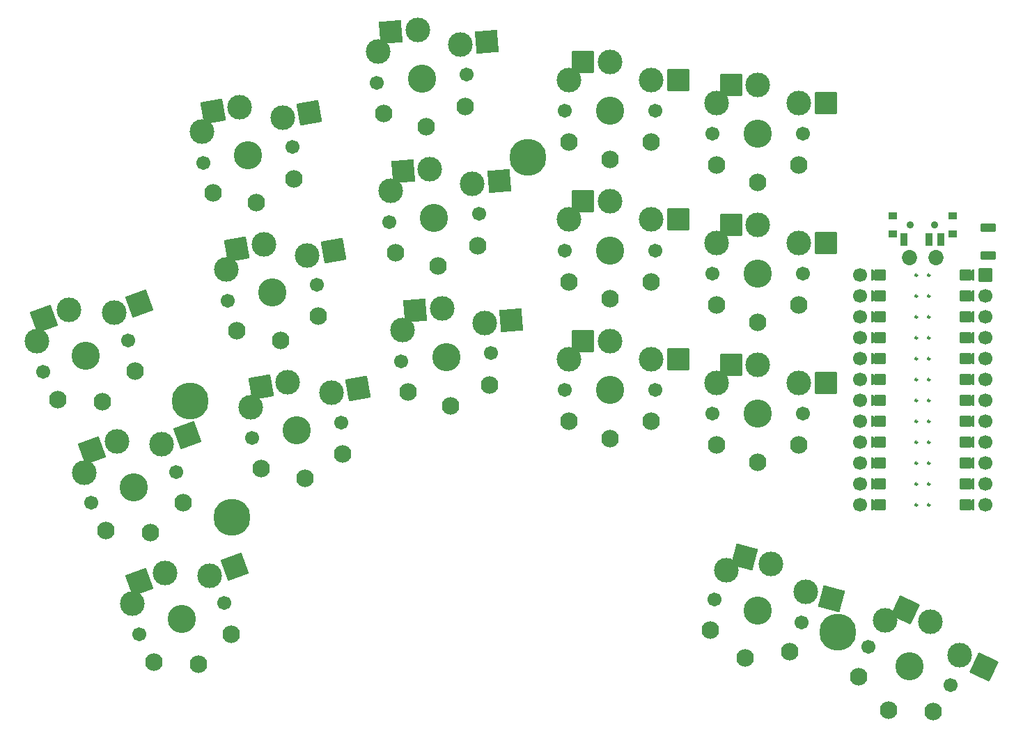
<source format=gbr>
%TF.GenerationSoftware,KiCad,Pcbnew,7.0.2-0*%
%TF.CreationDate,2023-07-16T18:15:17+02:00*%
%TF.ProjectId,lambbt_finished,6c616d62-6274-45f6-9669-6e6973686564,v1.0.0*%
%TF.SameCoordinates,Original*%
%TF.FileFunction,Soldermask,Bot*%
%TF.FilePolarity,Negative*%
%FSLAX46Y46*%
G04 Gerber Fmt 4.6, Leading zero omitted, Abs format (unit mm)*
G04 Created by KiCad (PCBNEW 7.0.2-0) date 2023-07-16 18:15:17*
%MOMM*%
%LPD*%
G01*
G04 APERTURE LIST*
G04 Aperture macros list*
%AMRoundRect*
0 Rectangle with rounded corners*
0 $1 Rounding radius*
0 $2 $3 $4 $5 $6 $7 $8 $9 X,Y pos of 4 corners*
0 Add a 4 corners polygon primitive as box body*
4,1,4,$2,$3,$4,$5,$6,$7,$8,$9,$2,$3,0*
0 Add four circle primitives for the rounded corners*
1,1,$1+$1,$2,$3*
1,1,$1+$1,$4,$5*
1,1,$1+$1,$6,$7*
1,1,$1+$1,$8,$9*
0 Add four rect primitives between the rounded corners*
20,1,$1+$1,$2,$3,$4,$5,0*
20,1,$1+$1,$4,$5,$6,$7,0*
20,1,$1+$1,$6,$7,$8,$9,0*
20,1,$1+$1,$8,$9,$2,$3,0*%
%AMFreePoly0*
4,1,14,0.635355,0.435355,0.650000,0.400000,0.650000,0.200000,0.635355,0.164645,0.035355,-0.435355,0.000000,-0.450000,-0.035355,-0.435355,-0.635355,0.164645,-0.650000,0.200000,-0.650000,0.400000,-0.635355,0.435355,-0.600000,0.450000,0.600000,0.450000,0.635355,0.435355,0.635355,0.435355,$1*%
%AMFreePoly1*
4,1,16,0.635355,1.035355,0.650000,1.000000,0.650000,-0.250000,0.635355,-0.285355,0.600000,-0.300000,-0.600000,-0.300000,-0.635355,-0.285355,-0.650000,-0.250000,-0.650000,1.000000,-0.635355,1.035355,-0.600000,1.050000,-0.564645,1.035355,0.000000,0.470710,0.564645,1.035355,0.600000,1.050000,0.635355,1.035355,0.635355,1.035355,$1*%
G04 Aperture macros list end*
%ADD10C,0.250000*%
%ADD11C,0.100000*%
%ADD12C,1.852600*%
%ADD13C,1.701800*%
%ADD14C,3.000000*%
%ADD15C,3.429000*%
%ADD16RoundRect,0.050000X-1.054507X-1.505993X1.505993X-1.054507X1.054507X1.505993X-1.505993X1.054507X0*%
%ADD17C,2.132000*%
%ADD18RoundRect,0.050000X-1.181751X-1.408356X1.408356X-1.181751X1.181751X1.408356X-1.408356X1.181751X0*%
%ADD19RoundRect,0.050000X-1.300000X-1.300000X1.300000X-1.300000X1.300000X1.300000X-1.300000X1.300000X0*%
%ADD20C,0.800000*%
%ADD21C,4.500000*%
%ADD22RoundRect,0.050000X-0.776974X-1.666227X1.666227X-0.776974X0.776974X1.666227X-1.666227X0.776974X0*%
%ADD23C,1.700000*%
%ADD24RoundRect,0.050000X-0.800000X0.800000X-0.800000X-0.800000X0.800000X-0.800000X0.800000X0.800000X0*%
%ADD25FreePoly0,270.000000*%
%ADD26FreePoly0,90.000000*%
%ADD27FreePoly1,90.000000*%
%ADD28FreePoly1,270.000000*%
%ADD29RoundRect,0.050000X-1.727604X-0.628796X0.628796X-1.727604X1.727604X0.628796X-0.628796X1.727604X0*%
%ADD30RoundRect,0.050000X-1.592168X-0.919239X0.919239X-1.592168X1.592168X0.919239X-0.919239X1.592168X0*%
%ADD31RoundRect,0.050000X0.850000X-0.450000X0.850000X0.450000X-0.850000X0.450000X-0.850000X-0.450000X0*%
%ADD32RoundRect,0.050000X0.500000X0.400000X-0.500000X0.400000X-0.500000X-0.400000X0.500000X-0.400000X0*%
%ADD33C,0.900000*%
%ADD34RoundRect,0.050000X0.350000X0.750000X-0.350000X0.750000X-0.350000X-0.750000X0.350000X-0.750000X0*%
G04 APERTURE END LIST*
D10*
%TO.C,MCU1*%
X243168329Y-111393816D02*
G75*
G03*
X243168329Y-111393816I-125000J0D01*
G01*
X241644329Y-111393816D02*
G75*
G03*
X241644329Y-111393816I-125000J0D01*
G01*
X243168329Y-113933816D02*
G75*
G03*
X243168329Y-113933816I-125000J0D01*
G01*
X241644329Y-113933816D02*
G75*
G03*
X241644329Y-113933816I-125000J0D01*
G01*
X243168329Y-116473816D02*
G75*
G03*
X243168329Y-116473816I-125000J0D01*
G01*
X241644329Y-116473816D02*
G75*
G03*
X241644329Y-116473816I-125000J0D01*
G01*
X243168329Y-119013816D02*
G75*
G03*
X243168329Y-119013816I-125000J0D01*
G01*
X241644329Y-119013816D02*
G75*
G03*
X241644329Y-119013816I-125000J0D01*
G01*
X243168329Y-121553816D02*
G75*
G03*
X243168329Y-121553816I-125000J0D01*
G01*
X241644329Y-121553816D02*
G75*
G03*
X241644329Y-121553816I-125000J0D01*
G01*
X243168329Y-124093816D02*
G75*
G03*
X243168329Y-124093816I-125000J0D01*
G01*
X241644329Y-124093816D02*
G75*
G03*
X241644329Y-124093816I-125000J0D01*
G01*
X243168329Y-126633816D02*
G75*
G03*
X243168329Y-126633816I-125000J0D01*
G01*
X241644329Y-126633816D02*
G75*
G03*
X241644329Y-126633816I-125000J0D01*
G01*
X243168329Y-129173816D02*
G75*
G03*
X243168329Y-129173816I-125000J0D01*
G01*
X241644329Y-129173816D02*
G75*
G03*
X241644329Y-129173816I-125000J0D01*
G01*
X243168329Y-131713816D02*
G75*
G03*
X243168329Y-131713816I-125000J0D01*
G01*
X241644329Y-131713816D02*
G75*
G03*
X241644329Y-131713816I-125000J0D01*
G01*
X243168329Y-134253816D02*
G75*
G03*
X243168329Y-134253816I-125000J0D01*
G01*
X241644329Y-134253816D02*
G75*
G03*
X241644329Y-134253816I-125000J0D01*
G01*
X243168329Y-136793816D02*
G75*
G03*
X243168329Y-136793816I-125000J0D01*
G01*
X241644329Y-136793816D02*
G75*
G03*
X241644329Y-136793816I-125000J0D01*
G01*
X243168329Y-139333816D02*
G75*
G03*
X243168329Y-139333816I-125000J0D01*
G01*
X241644329Y-139333816D02*
G75*
G03*
X241644329Y-139333816I-125000J0D01*
G01*
D11*
X237201329Y-111901816D02*
X236185329Y-111901816D01*
X236185329Y-110885816D01*
X237201329Y-110885816D01*
X237201329Y-111901816D01*
G36*
X237201329Y-111901816D02*
G01*
X236185329Y-111901816D01*
X236185329Y-110885816D01*
X237201329Y-110885816D01*
X237201329Y-111901816D01*
G37*
X248377329Y-111901816D02*
X247361329Y-111901816D01*
X247361329Y-110885816D01*
X248377329Y-110885816D01*
X248377329Y-111901816D01*
G36*
X248377329Y-111901816D02*
G01*
X247361329Y-111901816D01*
X247361329Y-110885816D01*
X248377329Y-110885816D01*
X248377329Y-111901816D01*
G37*
X237201329Y-114441816D02*
X236185329Y-114441816D01*
X236185329Y-113425816D01*
X237201329Y-113425816D01*
X237201329Y-114441816D01*
G36*
X237201329Y-114441816D02*
G01*
X236185329Y-114441816D01*
X236185329Y-113425816D01*
X237201329Y-113425816D01*
X237201329Y-114441816D01*
G37*
X248377329Y-114441816D02*
X247361329Y-114441816D01*
X247361329Y-113425816D01*
X248377329Y-113425816D01*
X248377329Y-114441816D01*
G36*
X248377329Y-114441816D02*
G01*
X247361329Y-114441816D01*
X247361329Y-113425816D01*
X248377329Y-113425816D01*
X248377329Y-114441816D01*
G37*
X237201329Y-116981816D02*
X236185329Y-116981816D01*
X236185329Y-115965816D01*
X237201329Y-115965816D01*
X237201329Y-116981816D01*
G36*
X237201329Y-116981816D02*
G01*
X236185329Y-116981816D01*
X236185329Y-115965816D01*
X237201329Y-115965816D01*
X237201329Y-116981816D01*
G37*
X248377329Y-116981816D02*
X247361329Y-116981816D01*
X247361329Y-115965816D01*
X248377329Y-115965816D01*
X248377329Y-116981816D01*
G36*
X248377329Y-116981816D02*
G01*
X247361329Y-116981816D01*
X247361329Y-115965816D01*
X248377329Y-115965816D01*
X248377329Y-116981816D01*
G37*
X237201329Y-119521816D02*
X236185329Y-119521816D01*
X236185329Y-118505816D01*
X237201329Y-118505816D01*
X237201329Y-119521816D01*
G36*
X237201329Y-119521816D02*
G01*
X236185329Y-119521816D01*
X236185329Y-118505816D01*
X237201329Y-118505816D01*
X237201329Y-119521816D01*
G37*
X248377329Y-119521816D02*
X247361329Y-119521816D01*
X247361329Y-118505816D01*
X248377329Y-118505816D01*
X248377329Y-119521816D01*
G36*
X248377329Y-119521816D02*
G01*
X247361329Y-119521816D01*
X247361329Y-118505816D01*
X248377329Y-118505816D01*
X248377329Y-119521816D01*
G37*
X237201329Y-122061816D02*
X236185329Y-122061816D01*
X236185329Y-121045816D01*
X237201329Y-121045816D01*
X237201329Y-122061816D01*
G36*
X237201329Y-122061816D02*
G01*
X236185329Y-122061816D01*
X236185329Y-121045816D01*
X237201329Y-121045816D01*
X237201329Y-122061816D01*
G37*
X248377329Y-122061816D02*
X247361329Y-122061816D01*
X247361329Y-121045816D01*
X248377329Y-121045816D01*
X248377329Y-122061816D01*
G36*
X248377329Y-122061816D02*
G01*
X247361329Y-122061816D01*
X247361329Y-121045816D01*
X248377329Y-121045816D01*
X248377329Y-122061816D01*
G37*
X237201329Y-124601816D02*
X236185329Y-124601816D01*
X236185329Y-123585816D01*
X237201329Y-123585816D01*
X237201329Y-124601816D01*
G36*
X237201329Y-124601816D02*
G01*
X236185329Y-124601816D01*
X236185329Y-123585816D01*
X237201329Y-123585816D01*
X237201329Y-124601816D01*
G37*
X248377329Y-124601816D02*
X247361329Y-124601816D01*
X247361329Y-123585816D01*
X248377329Y-123585816D01*
X248377329Y-124601816D01*
G36*
X248377329Y-124601816D02*
G01*
X247361329Y-124601816D01*
X247361329Y-123585816D01*
X248377329Y-123585816D01*
X248377329Y-124601816D01*
G37*
X237201329Y-127141816D02*
X236185329Y-127141816D01*
X236185329Y-126125816D01*
X237201329Y-126125816D01*
X237201329Y-127141816D01*
G36*
X237201329Y-127141816D02*
G01*
X236185329Y-127141816D01*
X236185329Y-126125816D01*
X237201329Y-126125816D01*
X237201329Y-127141816D01*
G37*
X248377329Y-127141816D02*
X247361329Y-127141816D01*
X247361329Y-126125816D01*
X248377329Y-126125816D01*
X248377329Y-127141816D01*
G36*
X248377329Y-127141816D02*
G01*
X247361329Y-127141816D01*
X247361329Y-126125816D01*
X248377329Y-126125816D01*
X248377329Y-127141816D01*
G37*
X237201329Y-129681816D02*
X236185329Y-129681816D01*
X236185329Y-128665816D01*
X237201329Y-128665816D01*
X237201329Y-129681816D01*
G36*
X237201329Y-129681816D02*
G01*
X236185329Y-129681816D01*
X236185329Y-128665816D01*
X237201329Y-128665816D01*
X237201329Y-129681816D01*
G37*
X248377329Y-129681816D02*
X247361329Y-129681816D01*
X247361329Y-128665816D01*
X248377329Y-128665816D01*
X248377329Y-129681816D01*
G36*
X248377329Y-129681816D02*
G01*
X247361329Y-129681816D01*
X247361329Y-128665816D01*
X248377329Y-128665816D01*
X248377329Y-129681816D01*
G37*
X237201329Y-132221816D02*
X236185329Y-132221816D01*
X236185329Y-131205816D01*
X237201329Y-131205816D01*
X237201329Y-132221816D01*
G36*
X237201329Y-132221816D02*
G01*
X236185329Y-132221816D01*
X236185329Y-131205816D01*
X237201329Y-131205816D01*
X237201329Y-132221816D01*
G37*
X248377329Y-132221816D02*
X247361329Y-132221816D01*
X247361329Y-131205816D01*
X248377329Y-131205816D01*
X248377329Y-132221816D01*
G36*
X248377329Y-132221816D02*
G01*
X247361329Y-132221816D01*
X247361329Y-131205816D01*
X248377329Y-131205816D01*
X248377329Y-132221816D01*
G37*
X237201329Y-134761816D02*
X236185329Y-134761816D01*
X236185329Y-133745816D01*
X237201329Y-133745816D01*
X237201329Y-134761816D01*
G36*
X237201329Y-134761816D02*
G01*
X236185329Y-134761816D01*
X236185329Y-133745816D01*
X237201329Y-133745816D01*
X237201329Y-134761816D01*
G37*
X248377329Y-134761816D02*
X247361329Y-134761816D01*
X247361329Y-133745816D01*
X248377329Y-133745816D01*
X248377329Y-134761816D01*
G36*
X248377329Y-134761816D02*
G01*
X247361329Y-134761816D01*
X247361329Y-133745816D01*
X248377329Y-133745816D01*
X248377329Y-134761816D01*
G37*
X237201329Y-137301816D02*
X236185329Y-137301816D01*
X236185329Y-136285816D01*
X237201329Y-136285816D01*
X237201329Y-137301816D01*
G36*
X237201329Y-137301816D02*
G01*
X236185329Y-137301816D01*
X236185329Y-136285816D01*
X237201329Y-136285816D01*
X237201329Y-137301816D01*
G37*
X248377329Y-137301816D02*
X247361329Y-137301816D01*
X247361329Y-136285816D01*
X248377329Y-136285816D01*
X248377329Y-137301816D01*
G36*
X248377329Y-137301816D02*
G01*
X247361329Y-137301816D01*
X247361329Y-136285816D01*
X248377329Y-136285816D01*
X248377329Y-137301816D01*
G37*
X237201329Y-139841816D02*
X236185329Y-139841816D01*
X236185329Y-138825816D01*
X237201329Y-138825816D01*
X237201329Y-139841816D01*
G36*
X237201329Y-139841816D02*
G01*
X236185329Y-139841816D01*
X236185329Y-138825816D01*
X237201329Y-138825816D01*
X237201329Y-139841816D01*
G37*
X248377329Y-139841816D02*
X247361329Y-139841816D01*
X247361329Y-138825816D01*
X248377329Y-138825816D01*
X248377329Y-139841816D01*
G36*
X248377329Y-139841816D02*
G01*
X247361329Y-139841816D01*
X247361329Y-138825816D01*
X248377329Y-138825816D01*
X248377329Y-139841816D01*
G37*
%TD*%
D12*
%TO.C,*%
X240661329Y-109213818D03*
X243901329Y-109213818D03*
%TD*%
D13*
%TO.C,S6*%
X154840907Y-97740295D03*
D14*
X154682131Y-93960442D03*
X159224143Y-90925624D03*
X159224143Y-90925624D03*
D15*
X160257350Y-96785230D03*
D14*
X164530208Y-92223960D03*
D13*
X165673793Y-95830165D03*
D16*
X155998898Y-91494322D03*
X167755453Y-91655262D03*
%TD*%
D13*
%TO.C,S30*%
X227781329Y-128213815D03*
D15*
X222281329Y-128213815D03*
D13*
X216781329Y-128213815D03*
D17*
X227281329Y-132013815D03*
X217281329Y-132013815D03*
X222281329Y-134113815D03*
X222281329Y-134113815D03*
%TD*%
D13*
%TO.C,S20*%
X145738566Y-119336127D03*
D15*
X140570257Y-121217238D03*
D13*
X135401948Y-123098349D03*
D17*
X146568397Y-123077969D03*
X137171470Y-126498171D03*
X142588176Y-126761424D03*
X142588176Y-126761424D03*
%TD*%
D13*
%TO.C,S9*%
X175931930Y-87977608D03*
D14*
X176103193Y-84198300D03*
X180892424Y-81570893D03*
X180892424Y-81570893D03*
D15*
X181411001Y-87498251D03*
D14*
X186065140Y-83326742D03*
D13*
X186890072Y-87018894D03*
D18*
X177629887Y-81856328D03*
X189327678Y-83041307D03*
%TD*%
D13*
%TO.C,S7*%
X178895223Y-121848231D03*
D14*
X179066486Y-118068923D03*
X183855717Y-115441516D03*
X183855717Y-115441516D03*
D15*
X184374294Y-121368874D03*
D14*
X189028433Y-117197365D03*
D13*
X189853365Y-120889517D03*
D18*
X180593180Y-115726951D03*
X192290971Y-116911930D03*
%TD*%
D13*
%TO.C,S10*%
X198781329Y-125380484D03*
D14*
X199281329Y-121630484D03*
X204281329Y-119430484D03*
X204281329Y-119430484D03*
D15*
X204281329Y-125380484D03*
D14*
X209281329Y-121630484D03*
D13*
X209781329Y-125380484D03*
D19*
X201006329Y-119430484D03*
X212556329Y-121630484D03*
%TD*%
D13*
%TO.C,S29*%
X209781331Y-91380481D03*
D15*
X204281331Y-91380481D03*
D13*
X198781331Y-91380481D03*
D17*
X209281331Y-95180481D03*
X199281331Y-95180481D03*
X204281331Y-97280481D03*
X204281331Y-97280481D03*
%TD*%
D20*
%TO.C,_5*%
X156796183Y-141383842D03*
X156851268Y-140122189D03*
X157649356Y-142314917D03*
X157782343Y-139269016D03*
D21*
X158346676Y-140819509D03*
D20*
X158911009Y-142370002D03*
X159043996Y-139324101D03*
X159842084Y-141516829D03*
X159897169Y-140255176D03*
%TD*%
D13*
%TO.C,S15*%
X216781330Y-94213820D03*
D14*
X217281330Y-90463820D03*
X222281330Y-88263820D03*
X222281330Y-88263820D03*
D15*
X222281330Y-94213820D03*
D14*
X227281330Y-90463820D03*
D13*
X227781330Y-94213820D03*
D19*
X219006330Y-88263820D03*
X230556330Y-90463820D03*
%TD*%
D13*
%TO.C,S1*%
X147030634Y-155047900D03*
D14*
X146217904Y-151353042D03*
X150163923Y-147575618D03*
X150163923Y-147575618D03*
D15*
X152198943Y-153166789D03*
D14*
X155614831Y-147932841D03*
D13*
X157367252Y-151285678D03*
D22*
X147086430Y-148695734D03*
X158692324Y-146812725D03*
%TD*%
D23*
%TO.C,MCU1*%
X249901329Y-111393816D03*
D24*
X249901329Y-111393816D03*
D25*
X248123329Y-111393816D03*
D26*
X236439329Y-111393816D03*
D23*
X234661329Y-111393816D03*
X249901329Y-113933816D03*
D25*
X248123329Y-113933816D03*
D26*
X236439329Y-113933816D03*
D23*
X234661329Y-113933816D03*
X249901329Y-116473816D03*
D25*
X248123329Y-116473816D03*
D26*
X236439329Y-116473816D03*
D23*
X234661329Y-116473816D03*
X249901329Y-119013816D03*
D25*
X248123329Y-119013816D03*
D26*
X236439329Y-119013816D03*
D23*
X234661329Y-119013816D03*
X249901329Y-121553816D03*
D25*
X248123329Y-121553816D03*
D26*
X236439329Y-121553816D03*
D23*
X234661329Y-121553816D03*
X249901329Y-124093816D03*
D25*
X248123329Y-124093816D03*
D26*
X236439329Y-124093816D03*
D23*
X234661329Y-124093816D03*
X249901329Y-126633816D03*
D25*
X248123329Y-126633816D03*
D26*
X236439329Y-126633816D03*
D23*
X234661329Y-126633816D03*
X249901329Y-129173816D03*
D25*
X248123329Y-129173816D03*
D26*
X236439329Y-129173816D03*
D23*
X234661329Y-129173816D03*
X249901329Y-131713816D03*
D25*
X248123329Y-131713816D03*
D26*
X236439329Y-131713816D03*
D23*
X234661329Y-131713816D03*
X249901329Y-134253816D03*
D25*
X248123329Y-134253816D03*
D26*
X236439329Y-134253816D03*
D23*
X234661329Y-134253816D03*
X249901329Y-136793816D03*
D25*
X248123329Y-136793816D03*
D26*
X236439329Y-136793816D03*
D23*
X234661329Y-136793816D03*
X249901329Y-139333816D03*
D25*
X248123329Y-139333816D03*
D26*
X236439329Y-139333816D03*
D23*
X234661329Y-139333816D03*
D27*
X237455329Y-111393816D03*
X237455329Y-113933816D03*
X237455329Y-116473816D03*
X237455329Y-119013816D03*
X237455329Y-121553816D03*
X237455329Y-124093816D03*
X237455329Y-126633816D03*
X237455329Y-129173816D03*
X237455329Y-131713816D03*
X237455329Y-134253816D03*
X237455329Y-136793816D03*
X237455329Y-139333816D03*
D28*
X247107329Y-139333816D03*
X247107329Y-136793816D03*
X247107329Y-134253816D03*
X247107329Y-131713816D03*
X247107329Y-129173816D03*
X247107329Y-126633816D03*
X247107329Y-124093816D03*
X247107329Y-121553816D03*
X247107329Y-119013816D03*
X247107329Y-116473816D03*
X247107329Y-113933816D03*
X247107329Y-111393816D03*
%TD*%
D13*
%TO.C,S14*%
X216781329Y-111213815D03*
D14*
X217281329Y-107463815D03*
X222281329Y-105263815D03*
X222281329Y-105263815D03*
D15*
X222281329Y-111213815D03*
D14*
X227281329Y-107463815D03*
D13*
X227781329Y-111213815D03*
D19*
X219006329Y-105263815D03*
X230556329Y-107463815D03*
%TD*%
D20*
%TO.C,_7*%
X230346806Y-154374956D03*
X231115584Y-153373065D03*
X230511642Y-155627007D03*
X232367635Y-153208229D03*
D21*
X231940584Y-154802007D03*
D20*
X231513533Y-156395785D03*
X233369526Y-153977007D03*
X232765584Y-156230949D03*
X233534362Y-155229058D03*
%TD*%
D13*
%TO.C,S18*%
X157367252Y-151285678D03*
D15*
X152198943Y-153166789D03*
D13*
X147030634Y-155047900D03*
D17*
X158197083Y-155027520D03*
X148800156Y-158447722D03*
X154216862Y-158710975D03*
X154216862Y-158710975D03*
%TD*%
D20*
%TO.C,_6*%
X192631331Y-97080482D03*
X193114605Y-95913756D03*
X193114605Y-98247208D03*
X194281331Y-95430482D03*
D21*
X194281331Y-97080482D03*
D20*
X194281331Y-98730482D03*
X195448057Y-95913756D03*
X195448057Y-98247208D03*
X195931331Y-97080482D03*
%TD*%
D13*
%TO.C,S17*%
X235702831Y-156588721D03*
D14*
X237740804Y-153401375D03*
X243202103Y-153520590D03*
X243202103Y-153520590D03*
D15*
X240687524Y-158913121D03*
D14*
X246803881Y-157627558D03*
D13*
X245672217Y-161237521D03*
D29*
X240233945Y-152136515D03*
X249772039Y-159011633D03*
%TD*%
D13*
%TO.C,S33*%
X227593923Y-153637319D03*
D15*
X222281331Y-152213814D03*
D13*
X216968739Y-150790309D03*
D17*
X226127448Y-157178427D03*
X216468189Y-154590237D03*
X220754299Y-157912776D03*
X220754299Y-157912776D03*
%TD*%
D13*
%TO.C,S16*%
X216968739Y-150790309D03*
D14*
X218422273Y-147297497D03*
X223821304Y-146466555D03*
X223821304Y-146466555D03*
D15*
X222281331Y-152213814D03*
D14*
X228081532Y-149885687D03*
D13*
X227593923Y-153637319D03*
D30*
X220657897Y-145618923D03*
X231244939Y-150733320D03*
%TD*%
D13*
%TO.C,S27*%
X209781329Y-125380484D03*
D15*
X204281329Y-125380484D03*
D13*
X198781329Y-125380484D03*
D17*
X209281329Y-129180484D03*
X199281329Y-129180484D03*
X204281329Y-131280484D03*
X204281329Y-131280484D03*
%TD*%
D13*
%TO.C,S5*%
X157792927Y-114482026D03*
D14*
X157634151Y-110702173D03*
X162176163Y-107667355D03*
X162176163Y-107667355D03*
D15*
X163209370Y-113526961D03*
D14*
X167482228Y-108965691D03*
D13*
X168625813Y-112571896D03*
D16*
X158950918Y-108236053D03*
X170707473Y-108396993D03*
%TD*%
D13*
%TO.C,S13*%
X216781329Y-128213815D03*
D14*
X217281329Y-124463815D03*
X222281329Y-122263815D03*
X222281329Y-122263815D03*
D15*
X222281329Y-128213815D03*
D14*
X227281329Y-124463815D03*
D13*
X227781329Y-128213815D03*
D19*
X219006329Y-122263815D03*
X230556329Y-124463815D03*
%TD*%
D13*
%TO.C,S2*%
X141216291Y-139073124D03*
D14*
X140403561Y-135378266D03*
X144349580Y-131600842D03*
X144349580Y-131600842D03*
D15*
X146384600Y-137192013D03*
D14*
X149800488Y-131958065D03*
D13*
X151552909Y-135310902D03*
D22*
X141272087Y-132720958D03*
X152877981Y-130837949D03*
%TD*%
D13*
%TO.C,S4*%
X160744944Y-131223759D03*
D14*
X160586168Y-127443906D03*
X165128180Y-124409088D03*
X165128180Y-124409088D03*
D15*
X166161387Y-130268694D03*
D14*
X170434245Y-125707424D03*
D13*
X171577830Y-129313629D03*
D16*
X161902935Y-124977786D03*
X173659490Y-125138726D03*
%TD*%
D13*
%TO.C,S24*%
X189853365Y-120889517D03*
D15*
X184374294Y-121368874D03*
D13*
X178895223Y-121848231D03*
D17*
X189686459Y-124718635D03*
X179724512Y-125590193D03*
X184888513Y-127246423D03*
X184888513Y-127246423D03*
%TD*%
D13*
%TO.C,S23*%
X165673793Y-95830165D03*
D15*
X160257350Y-96785230D03*
D13*
X154840907Y-97740295D03*
D17*
X165841252Y-99659259D03*
X155993174Y-101395740D03*
X161281874Y-102595596D03*
X161281874Y-102595596D03*
%TD*%
D13*
%TO.C,S34*%
X245672217Y-161237521D03*
D15*
X240687524Y-158913121D03*
D13*
X235702831Y-156588721D03*
D17*
X243613114Y-164470182D03*
X234550036Y-160243999D03*
X238194076Y-164260337D03*
X238194076Y-164260337D03*
%TD*%
D31*
%TO.C,*%
X250281330Y-109013817D03*
X250281330Y-105613817D03*
%TD*%
D13*
%TO.C,S21*%
X171577830Y-129313629D03*
D15*
X166161387Y-130268694D03*
D13*
X160744944Y-131223759D03*
D17*
X171745289Y-133142723D03*
X161897211Y-134879204D03*
X167185911Y-136079060D03*
X167185911Y-136079060D03*
%TD*%
D20*
%TO.C,_4*%
X151665882Y-127288452D03*
X151720967Y-126026799D03*
X152519055Y-128219527D03*
X152652042Y-125173626D03*
D21*
X153216375Y-126724119D03*
D20*
X153780708Y-128274612D03*
X153913695Y-125228711D03*
X154711783Y-127421439D03*
X154766868Y-126159786D03*
%TD*%
D13*
%TO.C,S31*%
X227781329Y-111213815D03*
D15*
X222281329Y-111213815D03*
D13*
X216781329Y-111213815D03*
D17*
X227281329Y-115013815D03*
X217281329Y-115013815D03*
X222281329Y-117113815D03*
X222281329Y-117113815D03*
%TD*%
D13*
%TO.C,S26*%
X186890072Y-87018894D03*
D15*
X181411001Y-87498251D03*
D13*
X175931930Y-87977608D03*
D17*
X186723166Y-90848012D03*
X176761219Y-91719570D03*
X181925220Y-93375800D03*
X181925220Y-93375800D03*
%TD*%
D13*
%TO.C,S22*%
X168625813Y-112571896D03*
D15*
X163209370Y-113526961D03*
D13*
X157792927Y-114482026D03*
D17*
X168793272Y-116400990D03*
X158945194Y-118137471D03*
X164233894Y-119337327D03*
X164233894Y-119337327D03*
%TD*%
D13*
%TO.C,S12*%
X198781331Y-91380481D03*
D14*
X199281331Y-87630481D03*
X204281331Y-85430481D03*
X204281331Y-85430481D03*
D15*
X204281331Y-91380481D03*
D14*
X209281331Y-87630481D03*
D13*
X209781331Y-91380481D03*
D19*
X201006331Y-85430481D03*
X212556331Y-87630481D03*
%TD*%
D13*
%TO.C,S25*%
X188371719Y-103954207D03*
D15*
X182892648Y-104433564D03*
D13*
X177413577Y-104912921D03*
D17*
X188204813Y-107783325D03*
X178242866Y-108654883D03*
X183406867Y-110311113D03*
X183406867Y-110311113D03*
%TD*%
D13*
%TO.C,S8*%
X177413577Y-104912921D03*
D14*
X177584840Y-101133613D03*
X182374071Y-98506206D03*
X182374071Y-98506206D03*
D15*
X182892648Y-104433564D03*
D14*
X187546787Y-100262055D03*
D13*
X188371719Y-103954207D03*
D18*
X179111534Y-98791641D03*
X190809325Y-99976620D03*
%TD*%
D13*
%TO.C,S28*%
X209781328Y-108380481D03*
D15*
X204281328Y-108380481D03*
D13*
X198781328Y-108380481D03*
D17*
X209281328Y-112180481D03*
X199281328Y-112180481D03*
X204281328Y-114280481D03*
X204281328Y-114280481D03*
%TD*%
D13*
%TO.C,S32*%
X227781330Y-94213820D03*
D15*
X222281330Y-94213820D03*
D13*
X216781330Y-94213820D03*
D17*
X227281330Y-98013820D03*
X217281330Y-98013820D03*
X222281330Y-100113820D03*
X222281330Y-100113820D03*
%TD*%
D13*
%TO.C,S19*%
X151552909Y-135310902D03*
D15*
X146384600Y-137192013D03*
D13*
X141216291Y-139073124D03*
D17*
X152382740Y-139052744D03*
X142985813Y-142472946D03*
X148402519Y-142736199D03*
X148402519Y-142736199D03*
%TD*%
D13*
%TO.C,S11*%
X198781328Y-108380481D03*
D14*
X199281328Y-104630481D03*
X204281328Y-102430481D03*
X204281328Y-102430481D03*
D15*
X204281328Y-108380481D03*
D14*
X209281328Y-104630481D03*
D13*
X209781328Y-108380481D03*
D19*
X201006328Y-102430481D03*
X212556328Y-104630481D03*
%TD*%
D13*
%TO.C,S3*%
X135401948Y-123098349D03*
D14*
X134589218Y-119403491D03*
X138535237Y-115626067D03*
X138535237Y-115626067D03*
D15*
X140570257Y-121217238D03*
D14*
X143986145Y-115983290D03*
D13*
X145738566Y-119336127D03*
D22*
X135457744Y-116746183D03*
X147063638Y-114863174D03*
%TD*%
D32*
%TO.C,*%
X245931331Y-106383818D03*
X245931331Y-104173818D03*
D33*
X243781331Y-105273818D03*
X243781331Y-105273818D03*
X240781331Y-105273818D03*
X240781331Y-105273818D03*
D32*
X238631331Y-106383818D03*
X238631331Y-104173818D03*
D34*
X240031331Y-107033818D03*
X243031331Y-107033818D03*
X244531331Y-107033818D03*
%TD*%
M02*

</source>
